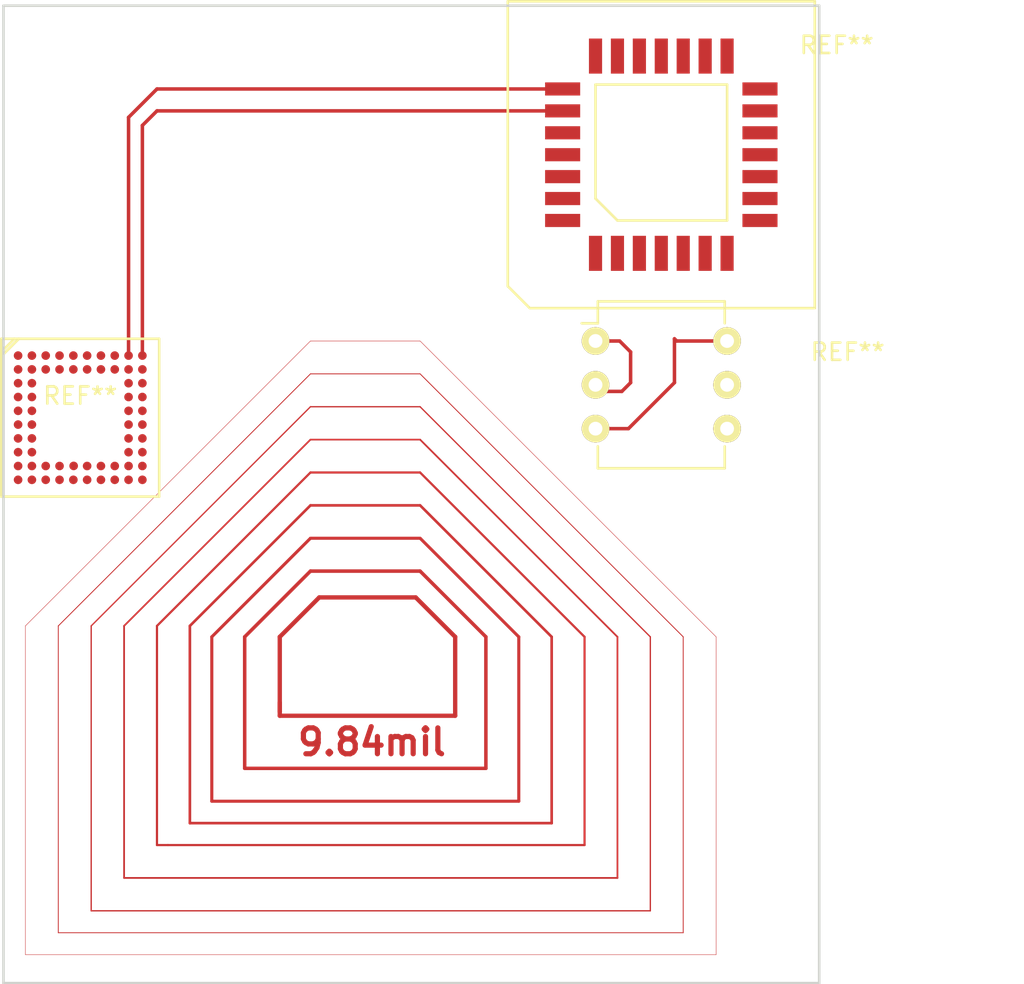
<source format=kicad_pcb>
(kicad_pcb (version 4) (host pcbnew 4.0.2-stable)

  (general
    (links 0)
    (no_connects 0)
    (area 81.204999 64.186999 139.345714 120.979001)
    (thickness 1.6)
    (drawings 14)
    (tracks 75)
    (zones 0)
    (modules 3)
    (nets 1)
  )

  (page A4)
  (layers
    (0 F.Cu signal)
    (31 B.Cu signal)
    (32 B.Adhes user)
    (33 F.Adhes user)
    (34 B.Paste user)
    (35 F.Paste user)
    (36 B.SilkS user hide)
    (37 F.SilkS user hide)
    (38 B.Mask user)
    (39 F.Mask user)
    (40 Dwgs.User user)
    (41 Cmts.User user)
    (42 Eco1.User user)
    (43 Eco2.User user)
    (44 Edge.Cuts user)
    (45 Margin user)
    (46 B.CrtYd user)
    (47 F.CrtYd user)
    (48 B.Fab user)
    (49 F.Fab user)
  )

  (setup
    (last_trace_width 0.25)
    (user_trace_width 0.0254)
    (user_trace_width 0.0508)
    (user_trace_width 0.0762)
    (user_trace_width 0.1016)
    (user_trace_width 0.127)
    (user_trace_width 0.1524)
    (user_trace_width 0.1778)
    (user_trace_width 0.2032)
    (trace_clearance -1)
    (zone_clearance 0.508)
    (zone_45_only no)
    (trace_min 0.01)
    (segment_width 0.2)
    (edge_width 0.15)
    (via_size 0.6)
    (via_drill 0.4)
    (via_min_size 0.4)
    (via_min_drill 0.3)
    (uvia_size 0.3)
    (uvia_drill 0.1)
    (uvias_allowed no)
    (uvia_min_size 0.2)
    (uvia_min_drill 0.1)
    (pcb_text_width 0.3)
    (pcb_text_size 1.5 1.5)
    (mod_edge_width 0.15)
    (mod_text_size 1 1)
    (mod_text_width 0.15)
    (pad_size 1.524 1.524)
    (pad_drill 0.762)
    (pad_to_mask_clearance 0.2)
    (aux_axis_origin 81.28 120.904)
    (visible_elements 7FFFFFFF)
    (pcbplotparams
      (layerselection 0x00008_00000001)
      (usegerberextensions false)
      (excludeedgelayer false)
      (linewidth 0.100000)
      (plotframeref false)
      (viasonmask false)
      (mode 1)
      (useauxorigin true)
      (hpglpennumber 1)
      (hpglpenspeed 20)
      (hpglpendiameter 15)
      (hpglpenoverlay 2)
      (psnegative false)
      (psa4output false)
      (plotreference true)
      (plotvalue true)
      (plotinvisibletext false)
      (padsonsilk false)
      (subtractmaskfromsilk false)
      (outputformat 1)
      (mirror false)
      (drillshape 0)
      (scaleselection 1)
      (outputdirectory D:/Temp/5/))
  )

  (net 0 "")

  (net_class Default "This is the default net class."
    (clearance -1)
    (trace_width 0.25)
    (via_dia 0.6)
    (via_drill 0.4)
    (uvia_dia 0.3)
    (uvia_drill 0.1)
  )

  (module SMD_Packages:BGA-64-0.8mm (layer F.Cu) (tedit 56F81EDA) (tstamp 56FAAB34)
    (at 85.725 88.138)
    (descr "BGA-64 pitch 0.8mm")
    (attr smd)
    (fp_text reference REF** (at 0 -1.27) (layer F.SilkS)
      (effects (font (size 1 1) (thickness 0.15)))
    )
    (fp_text value BGA-64-0.8mm (at 2.54 -5.715) (layer F.Fab)
      (effects (font (size 1 1) (thickness 0.15)))
    )
    (fp_line (start -4.572 -3.556) (end -3.556 -4.572) (layer F.SilkS) (width 0.15))
    (fp_line (start -4.572 -3.81) (end -3.81 -4.572) (layer F.SilkS) (width 0.15))
    (fp_line (start -4.572 0) (end -4.572 -4.572) (layer F.SilkS) (width 0.15))
    (fp_line (start -4.572 -4.572) (end 4.572 -4.572) (layer F.SilkS) (width 0.15))
    (fp_line (start 4.572 -4.572) (end 4.572 4.572) (layer F.SilkS) (width 0.15))
    (fp_line (start 4.572 4.572) (end -4.572 4.572) (layer F.SilkS) (width 0.15))
    (fp_line (start -4.572 4.572) (end -4.572 0) (layer F.SilkS) (width 0.15))
    (pad A1 smd circle (at -3.59918 -3.59918) (size 0.50038 0.50038) (layers F.Cu F.Paste F.Mask))
    (pad A2 smd circle (at -2.79908 -3.59918) (size 0.50038 0.50038) (layers F.Cu F.Paste F.Mask))
    (pad A3 smd circle (at -1.99898 -3.59918) (size 0.50038 0.50038) (layers F.Cu F.Paste F.Mask))
    (pad A4 smd circle (at -1.19888 -3.59918) (size 0.50038 0.50038) (layers F.Cu F.Paste F.Mask))
    (pad A5 smd circle (at -0.39878 -3.59918) (size 0.50038 0.50038) (layers F.Cu F.Paste F.Mask))
    (pad A6 smd circle (at 0.39878 -3.59918) (size 0.50038 0.50038) (layers F.Cu F.Paste F.Mask))
    (pad B1 smd circle (at -3.59918 -2.79908) (size 0.50038 0.50038) (layers F.Cu F.Paste F.Mask))
    (pad C1 smd circle (at -3.59918 -1.99898) (size 0.50038 0.50038) (layers F.Cu F.Paste F.Mask))
    (pad D1 smd circle (at -3.59918 -1.19888) (size 0.50038 0.50038) (layers F.Cu F.Paste F.Mask))
    (pad E1 smd circle (at -3.59918 -0.39878) (size 0.50038 0.50038) (layers F.Cu F.Paste F.Mask))
    (pad F1 smd circle (at -3.59918 0.39878) (size 0.50038 0.50038) (layers F.Cu F.Paste F.Mask))
    (pad G1 smd circle (at -3.59918 1.19888) (size 0.50038 0.50038) (layers F.Cu F.Paste F.Mask))
    (pad H1 smd circle (at -3.59918 1.99898) (size 0.50038 0.50038) (layers F.Cu F.Paste F.Mask))
    (pad H2 smd circle (at -2.79908 1.99898) (size 0.50038 0.50038) (layers F.Cu F.Paste F.Mask))
    (pad K1 smd circle (at -3.59918 3.59918) (size 0.50038 0.50038) (layers F.Cu F.Paste F.Mask))
    (pad K2 smd circle (at -2.79908 3.59918) (size 0.50038 0.50038) (layers F.Cu F.Paste F.Mask))
    (pad K3 smd circle (at -1.99898 3.59918) (size 0.50038 0.50038) (layers F.Cu F.Paste F.Mask))
    (pad J3 smd circle (at -1.99898 2.79908) (size 0.50038 0.50038) (layers F.Cu F.Paste F.Mask))
    (pad J4 smd circle (at -1.19888 2.79908) (size 0.50038 0.50038) (layers F.Cu F.Paste F.Mask))
    (pad F10 smd circle (at 3.59918 0.39878) (size 0.50038 0.50038) (layers F.Cu F.Paste F.Mask))
    (pad F9 smd circle (at 2.79908 0.39878) (size 0.50038 0.50038) (layers F.Cu F.Paste F.Mask))
    (pad G10 smd circle (at 3.59918 1.19888) (size 0.50038 0.50038) (layers F.Cu F.Paste F.Mask))
    (pad B9 smd circle (at 2.79908 -2.79908) (size 0.50038 0.50038) (layers F.Cu F.Paste F.Mask))
    (pad B6 smd circle (at 0.39878 -2.79908) (size 0.50038 0.50038) (layers F.Cu F.Paste F.Mask))
    (pad D9 smd circle (at 2.79908 -1.19888) (size 0.50038 0.50038) (layers F.Cu F.Paste F.Mask))
    (pad E9 smd circle (at 2.79908 -0.39878) (size 0.50038 0.50038) (layers F.Cu F.Paste F.Mask))
    (pad E10 smd circle (at 3.59918 -0.39878) (size 0.50038 0.50038) (layers F.Cu F.Paste F.Mask))
    (pad D10 smd circle (at 3.59918 -1.19888) (size 0.50038 0.50038) (layers F.Cu F.Paste F.Mask))
    (pad C10 smd circle (at 3.59918 -1.99898) (size 0.50038 0.50038) (layers F.Cu F.Paste F.Mask))
    (pad C9 smd circle (at 2.79908 -1.99898) (size 0.50038 0.50038) (layers F.Cu F.Paste F.Mask))
    (pad C2 smd circle (at -2.79908 -1.99898) (size 0.50038 0.50038) (layers F.Cu F.Paste F.Mask))
    (pad D2 smd circle (at -2.79908 -1.19888) (size 0.50038 0.50038) (layers F.Cu F.Paste F.Mask))
    (pad E2 smd circle (at -2.79908 -0.39878) (size 0.50038 0.50038) (layers F.Cu F.Paste F.Mask))
    (pad F2 smd circle (at -2.79908 0.39878) (size 0.50038 0.50038) (layers F.Cu F.Paste F.Mask))
    (pad G2 smd circle (at -2.79908 1.19888) (size 0.50038 0.50038) (layers F.Cu F.Paste F.Mask))
    (pad J1 smd circle (at -3.59918 2.79908) (size 0.50038 0.50038) (layers F.Cu F.Paste F.Mask))
    (pad J2 smd circle (at -2.79908 2.79908) (size 0.50038 0.50038) (layers F.Cu F.Paste F.Mask))
    (pad K6 smd circle (at 0.39878 3.59918) (size 0.50038 0.50038) (layers F.Cu F.Paste F.Mask))
    (pad K5 smd circle (at -0.39878 3.59918) (size 0.50038 0.50038) (layers F.Cu F.Paste F.Mask))
    (pad K4 smd circle (at -1.19888 3.59918) (size 0.50038 0.50038) (layers F.Cu F.Paste F.Mask))
    (pad K7 smd circle (at 1.19888 3.59918) (size 0.50038 0.50038) (layers F.Cu F.Paste F.Mask))
    (pad G9 smd circle (at 2.79908 1.19888) (size 0.50038 0.50038) (layers F.Cu F.Paste F.Mask))
    (pad H10 smd circle (at 3.59918 1.99898) (size 0.50038 0.50038) (layers F.Cu F.Paste F.Mask))
    (pad B10 smd circle (at 3.59918 -2.79908) (size 0.50038 0.50038) (layers F.Cu F.Paste F.Mask))
    (pad B5 smd circle (at -0.39878 -2.79908) (size 0.50038 0.50038) (layers F.Cu F.Paste F.Mask))
    (pad B4 smd circle (at -1.19888 -2.79908) (size 0.50038 0.50038) (layers F.Cu F.Paste F.Mask))
    (pad B3 smd circle (at -1.99898 -2.79908) (size 0.50038 0.50038) (layers F.Cu F.Paste F.Mask))
    (pad B2 smd circle (at -2.79908 -2.79908) (size 0.50038 0.50038) (layers F.Cu F.Paste F.Mask))
    (pad J5 smd circle (at -0.381 2.794) (size 0.50038 0.50038) (layers F.Cu F.Paste F.Mask))
    (pad J6 smd circle (at 0.39878 2.79908) (size 0.50038 0.50038) (layers F.Cu F.Paste F.Mask))
    (pad J7 smd circle (at 1.19888 2.79908) (size 0.50038 0.50038) (layers F.Cu F.Paste F.Mask))
    (pad A7 smd circle (at 1.19888 -3.59918) (size 0.50038 0.50038) (layers F.Cu F.Paste F.Mask))
    (pad A8 smd circle (at 1.99898 -3.59918) (size 0.50038 0.50038) (layers F.Cu F.Paste F.Mask))
    (pad A9 smd circle (at 2.79908 -3.59918) (size 0.50038 0.50038) (layers F.Cu F.Paste F.Mask))
    (pad A10 smd circle (at 3.59918 -3.59918) (size 0.50038 0.50038) (layers F.Cu F.Paste F.Mask))
    (pad K10 smd circle (at 3.59918 3.59918) (size 0.50038 0.50038) (layers F.Cu F.Paste F.Mask))
    (pad J8 smd circle (at 1.99898 2.79908) (size 0.50038 0.50038) (layers F.Cu F.Paste F.Mask))
    (pad K8 smd circle (at 1.99898 3.59918) (size 0.50038 0.50038) (layers F.Cu F.Paste F.Mask))
    (pad K9 smd circle (at 2.79908 3.59918) (size 0.50038 0.50038) (layers F.Cu F.Paste F.Mask))
    (pad J9 smd circle (at 2.79908 2.79908) (size 0.50038 0.50038) (layers F.Cu F.Paste F.Mask))
    (pad H9 smd circle (at 2.79908 1.99898) (size 0.50038 0.50038) (layers F.Cu F.Paste F.Mask))
    (pad J10 smd circle (at 3.59918 2.79908) (size 0.50038 0.50038) (layers F.Cu F.Paste F.Mask))
    (pad B7 smd circle (at 1.19888 -2.79908) (size 0.50038 0.50038) (layers F.Cu F.Paste F.Mask))
    (pad B8 smd circle (at 1.99898 -2.79908) (size 0.50038 0.50038) (layers F.Cu F.Paste F.Mask))
    (model SMD_Packages.3dshapes/BGA-64-0.8mm.wrl
      (at (xyz 0 0 0))
      (scale (xyz 0.44 0.44 0.4))
      (rotate (xyz 0 0 0))
    )
  )

  (module Housings_DIP:DIP-6_W7.62mm (layer F.Cu) (tedit 56F8205D) (tstamp 56FB6EDA)
    (at 115.57 83.693)
    (descr "6-lead dip package, row spacing 7.62 mm (300 mils)")
    (tags "dil dip 2.54 300")
    (fp_text reference REF** (at 14.605 0.635) (layer F.SilkS)
      (effects (font (size 1 1) (thickness 0.15)))
    )
    (fp_text value DIP-6_W7.62mm (at 18.415 -1.27) (layer F.Fab)
      (effects (font (size 1 1) (thickness 0.15)))
    )
    (fp_line (start -1.05 -2.45) (end -1.05 7.55) (layer F.CrtYd) (width 0.05))
    (fp_line (start 8.65 -2.45) (end 8.65 7.55) (layer F.CrtYd) (width 0.05))
    (fp_line (start -1.05 -2.45) (end 8.65 -2.45) (layer F.CrtYd) (width 0.05))
    (fp_line (start -1.05 7.55) (end 8.65 7.55) (layer F.CrtYd) (width 0.05))
    (fp_line (start 0.135 -2.295) (end 0.135 -1.025) (layer F.SilkS) (width 0.15))
    (fp_line (start 7.485 -2.295) (end 7.485 -1.025) (layer F.SilkS) (width 0.15))
    (fp_line (start 7.485 7.375) (end 7.485 6.105) (layer F.SilkS) (width 0.15))
    (fp_line (start 0.135 7.375) (end 0.135 6.105) (layer F.SilkS) (width 0.15))
    (fp_line (start 0.135 -2.295) (end 7.485 -2.295) (layer F.SilkS) (width 0.15))
    (fp_line (start 0.135 7.375) (end 7.485 7.375) (layer F.SilkS) (width 0.15))
    (fp_line (start 0.135 -1.025) (end -0.8 -1.025) (layer F.SilkS) (width 0.15))
    (pad 1 thru_hole oval (at 0 0) (size 1.6 1.6) (drill 0.8) (layers *.Cu *.Mask F.SilkS))
    (pad 2 thru_hole oval (at 0 2.54) (size 1.6 1.6) (drill 0.8) (layers *.Cu *.Mask F.SilkS))
    (pad 3 thru_hole oval (at 0 5.08) (size 1.6 1.6) (drill 0.8) (layers *.Cu *.Mask F.SilkS))
    (pad 4 thru_hole oval (at 7.62 5.08) (size 1.6 1.6) (drill 0.8) (layers *.Cu *.Mask F.SilkS))
    (pad 5 thru_hole oval (at 7.62 2.54) (size 1.6 1.6) (drill 0.8) (layers *.Cu *.Mask F.SilkS))
    (pad 6 thru_hole oval (at 7.62 0) (size 1.6 1.6) (drill 0.8) (layers *.Cu *.Mask F.SilkS))
    (model Housings_DIP.3dshapes/DIP-6_W7.62mm.wrl
      (at (xyz 0 0 0))
      (scale (xyz 1 1 1))
      (rotate (xyz 0 0 0))
    )
  )

  (module SMD_Packages:PLCC-28 (layer F.Cu) (tedit 56F82073) (tstamp 56FDC5B3)
    (at 119.38 72.898)
    (descr "Support CMS Plcc 28 pins")
    (tags "CMS PLCC")
    (attr smd)
    (fp_text reference REF** (at 10.16 -6.35) (layer F.SilkS)
      (effects (font (size 1 1) (thickness 0.15)))
    )
    (fp_text value PLCC-28 (at 0 7.62) (layer F.Fab)
      (effects (font (size 1 1) (thickness 0.15)))
    )
    (fp_line (start -8.89 7.62) (end -7.62 8.89) (layer F.SilkS) (width 0.15))
    (fp_line (start -7.62 8.89) (end 8.89 8.89) (layer F.SilkS) (width 0.15))
    (fp_line (start 8.89 8.89) (end 8.89 -8.89) (layer F.SilkS) (width 0.15))
    (fp_line (start 8.89 -8.89) (end -8.89 -8.89) (layer F.SilkS) (width 0.15))
    (fp_line (start -8.89 7.62) (end -8.89 -8.89) (layer F.SilkS) (width 0.15))
    (fp_line (start -3.81 -4.064) (end 3.81 -4.064) (layer F.SilkS) (width 0.15))
    (fp_line (start 3.81 -4.064) (end 3.81 3.81) (layer F.SilkS) (width 0.15))
    (fp_line (start 3.81 3.81) (end -2.54 3.81) (layer F.SilkS) (width 0.15))
    (fp_line (start -3.81 -4.064) (end -3.81 2.54) (layer F.SilkS) (width 0.15))
    (fp_line (start -3.81 2.54) (end -2.54 3.81) (layer F.SilkS) (width 0.15))
    (pad 1 smd rect (at -5.715 0) (size 2.032 0.762) (layers F.Cu F.Paste F.Mask))
    (pad 2 smd rect (at -5.715 1.27) (size 2.032 0.762) (layers F.Cu F.Paste F.Mask))
    (pad 3 smd rect (at -5.715 2.54) (size 2.032 0.762) (layers F.Cu F.Paste F.Mask))
    (pad 4 smd rect (at -5.715 3.81) (size 2.032 0.762) (layers F.Cu F.Paste F.Mask))
    (pad 5 smd rect (at -3.81 5.715) (size 0.762 2.032) (layers F.Cu F.Paste F.Mask))
    (pad 6 smd rect (at -2.54 5.715) (size 0.762 2.032) (layers F.Cu F.Paste F.Mask))
    (pad 7 smd rect (at -1.27 5.715) (size 0.762 2.032) (layers F.Cu F.Paste F.Mask))
    (pad 8 smd rect (at 0 5.715) (size 0.762 2.032) (layers F.Cu F.Paste F.Mask))
    (pad 9 smd rect (at 1.27 5.715) (size 0.762 2.032) (layers F.Cu F.Paste F.Mask))
    (pad 10 smd rect (at 2.54 5.715) (size 0.762 2.032) (layers F.Cu F.Paste F.Mask))
    (pad 11 smd rect (at 3.81 5.715) (size 0.762 2.032) (layers F.Cu F.Paste F.Mask))
    (pad 12 smd rect (at 5.715 3.81) (size 2.032 0.762) (layers F.Cu F.Paste F.Mask))
    (pad 13 smd rect (at 5.715 2.54) (size 2.032 0.762) (layers F.Cu F.Paste F.Mask))
    (pad 14 smd rect (at 5.715 1.27) (size 2.032 0.762) (layers F.Cu F.Paste F.Mask))
    (pad 15 smd rect (at 5.715 0) (size 2.032 0.762) (layers F.Cu F.Paste F.Mask))
    (pad 16 smd rect (at 5.715 -1.27) (size 2.032 0.762) (layers F.Cu F.Paste F.Mask))
    (pad 17 smd rect (at 5.715 -2.54) (size 2.032 0.762) (layers F.Cu F.Paste F.Mask))
    (pad 18 smd rect (at 5.715 -3.81) (size 2.032 0.762) (layers F.Cu F.Paste F.Mask))
    (pad 19 smd rect (at 3.81 -5.715) (size 0.762 2.032) (layers F.Cu F.Paste F.Mask))
    (pad 20 smd rect (at 2.54 -5.715) (size 0.762 2.032) (layers F.Cu F.Paste F.Mask))
    (pad 21 smd rect (at 1.27 -5.715) (size 0.762 2.032) (layers F.Cu F.Paste F.Mask))
    (pad 22 smd rect (at 0 -5.715) (size 0.762 2.032) (layers F.Cu F.Paste F.Mask))
    (pad 23 smd rect (at -1.27 -5.715) (size 0.762 2.032) (layers F.Cu F.Paste F.Mask))
    (pad 24 smd rect (at -2.54 -5.715) (size 0.762 2.032) (layers F.Cu F.Paste F.Mask))
    (pad 25 smd rect (at -3.81 -5.715) (size 0.762 2.032) (layers F.Cu F.Paste F.Mask))
    (pad 26 smd rect (at -5.715 -3.81) (size 2.032 0.762) (layers F.Cu F.Paste F.Mask))
    (pad 27 smd rect (at -5.715 -2.54) (size 2.032 0.762) (layers F.Cu F.Paste F.Mask))
    (pad 28 smd rect (at -5.715 -1.27) (size 2.032 0.762) (layers F.Cu F.Paste F.Mask))
  )

  (gr_line (start 128.524 120.904) (end 81.28 120.904) (angle 90) (layer Edge.Cuts) (width 0.15))
  (gr_line (start 81.28 64.262) (end 81.28 120.904) (angle 90) (layer Edge.Cuts) (width 0.15))
  (gr_line (start 128.524 64.262) (end 81.28 64.262) (angle 90) (layer Edge.Cuts) (width 0.15))
  (gr_line (start 128.524 120.904) (end 128.524 64.262) (angle 90) (layer Edge.Cuts) (width 0.15))
  (gr_circle (center 106.68 77.978) (end 110.49 79.883) (layer F.Paste) (width 0.025))
  (gr_circle (center 106.68 77.978) (end 109.22 80.518) (layer F.Paste) (width 0.051))
  (gr_circle (center 106.68 77.978) (end 108.585 79.883) (layer F.Paste) (width 0.076))
  (gr_circle (center 106.68 77.978) (end 107.95 79.248) (layer F.Paste) (width 0.102))
  (gr_circle (center 106.68 77.978) (end 107.315 78.613) (layer F.Paste) (width 0.127))
  (gr_circle (center 97.155 77.978) (end 100.33 79.883) (layer F.Paste) (width 0.152))
  (gr_circle (center 97.155 77.978) (end 99.695 79.248) (layer F.Paste) (width 0.178))
  (gr_circle (center 97.155 77.978) (end 98.425 79.248) (layer F.Paste) (width 0.203))
  (gr_circle (center 97.155 77.978) (end 97.79 78.613) (layer F.Paste) (width 0.25))
  (gr_text 9.84mil (at 102.616 106.934) (layer F.Cu)
    (effects (font (size 1.5 1.5) (thickness 0.3)))
  )

  (segment (start 115.57 88.773) (end 117.475 88.773) (width 0.2032) (layer F.Cu) (net 0))
  (segment (start 120.269 83.693) (end 123.19 83.693) (width 0.2032) (layer F.Cu) (net 0) (tstamp 56FDC6B1))
  (segment (start 120.142 83.566) (end 120.269 83.693) (width 0.2032) (layer F.Cu) (net 0) (tstamp 56FDC6B0))
  (segment (start 120.142 86.106) (end 120.142 83.566) (width 0.2032) (layer F.Cu) (net 0) (tstamp 56FDC6AE))
  (segment (start 117.475 88.773) (end 120.142 86.106) (width 0.2032) (layer F.Cu) (net 0) (tstamp 56FDC6AC))
  (segment (start 115.57 83.693) (end 116.967 83.693) (width 0.2032) (layer F.Cu) (net 0))
  (segment (start 117.094 86.614) (end 115.951 86.614) (width 0.2032) (layer F.Cu) (net 0) (tstamp 56FDC6A8))
  (segment (start 117.602 86.106) (end 117.094 86.614) (width 0.2032) (layer F.Cu) (net 0) (tstamp 56FDC6A7))
  (segment (start 117.602 84.328) (end 117.602 86.106) (width 0.2032) (layer F.Cu) (net 0) (tstamp 56FDC6A6))
  (segment (start 116.967 83.693) (end 117.602 84.328) (width 0.2032) (layer F.Cu) (net 0) (tstamp 56FDC6A5))
  (segment (start 115.951 86.614) (end 115.57 86.233) (width 0.2032) (layer F.Cu) (net 0) (tstamp 56FDC6A9))
  (segment (start 89.32418 71.20382) (end 89.32418 84.53882) (width 0.2032) (layer F.Cu) (net 0) (tstamp 56FDC69B))
  (segment (start 90.17 70.358) (end 89.32418 71.20382) (width 0.2032) (layer F.Cu) (net 0) (tstamp 56FDC699))
  (segment (start 113.665 70.358) (end 90.17 70.358) (width 0.2032) (layer F.Cu) (net 0))
  (segment (start 88.52408 70.73392) (end 88.52408 84.53882) (width 0.2032) (layer F.Cu) (net 0) (tstamp 56FDC695))
  (segment (start 90.17 69.088) (end 88.52408 70.73392) (width 0.2032) (layer F.Cu) (net 0) (tstamp 56FDC693))
  (segment (start 113.665 69.088) (end 90.17 69.088) (width 0.2032) (layer F.Cu) (net 0))
  (segment (start 82.55 119.253) (end 122.555 119.253) (width 0.0254) (layer F.Cu) (net 0))
  (segment (start 82.55 100.203) (end 82.55 119.253) (width 0.0254) (layer F.Cu) (net 0) (tstamp 56FB6FE7))
  (segment (start 99.06 83.693) (end 82.55 100.203) (width 0.0254) (layer F.Cu) (net 0) (tstamp 56FB6FE6))
  (segment (start 105.41 83.693) (end 99.06 83.693) (width 0.0254) (layer F.Cu) (net 0) (tstamp 56FB6FE5))
  (segment (start 122.555 100.838) (end 105.41 83.693) (width 0.0254) (layer F.Cu) (net 0) (tstamp 56FB6FE4))
  (segment (start 122.555 119.253) (end 122.555 100.838) (width 0.0254) (layer F.Cu) (net 0) (tstamp 56FB6FE3))
  (segment (start 84.455 117.983) (end 120.65 117.983) (width 0.0508) (layer F.Cu) (net 0))
  (segment (start 84.455 100.203) (end 84.455 117.983) (width 0.0508) (layer F.Cu) (net 0) (tstamp 56FB6FDF))
  (segment (start 99.06 85.598) (end 84.455 100.203) (width 0.0508) (layer F.Cu) (net 0) (tstamp 56FB6FDE))
  (segment (start 105.41 85.598) (end 99.06 85.598) (width 0.0508) (layer F.Cu) (net 0) (tstamp 56FB6FDD))
  (segment (start 120.65 100.838) (end 105.41 85.598) (width 0.0508) (layer F.Cu) (net 0) (tstamp 56FB6FDC))
  (segment (start 120.65 117.983) (end 120.65 100.838) (width 0.0508) (layer F.Cu) (net 0) (tstamp 56FB6FDB))
  (segment (start 86.36 116.713) (end 118.745 116.713) (width 0.0762) (layer F.Cu) (net 0))
  (segment (start 86.36 100.203) (end 86.36 116.713) (width 0.0762) (layer F.Cu) (net 0) (tstamp 56FB6FD7))
  (segment (start 99.06 87.503) (end 86.36 100.203) (width 0.0762) (layer F.Cu) (net 0) (tstamp 56FB6FD6))
  (segment (start 105.41 87.503) (end 99.06 87.503) (width 0.0762) (layer F.Cu) (net 0) (tstamp 56FB6FD5))
  (segment (start 118.745 100.838) (end 105.41 87.503) (width 0.0762) (layer F.Cu) (net 0) (tstamp 56FB6FD4))
  (segment (start 118.745 116.713) (end 118.745 100.838) (width 0.0762) (layer F.Cu) (net 0) (tstamp 56FB6FD3))
  (segment (start 88.265 114.808) (end 116.84 114.808) (width 0.1016) (layer F.Cu) (net 0))
  (segment (start 88.265 100.203) (end 88.265 114.808) (width 0.1016) (layer F.Cu) (net 0) (tstamp 56FB6FCE))
  (segment (start 99.06 89.408) (end 88.265 100.203) (width 0.1016) (layer F.Cu) (net 0) (tstamp 56FB6FCD))
  (segment (start 105.41 89.408) (end 99.06 89.408) (width 0.1016) (layer F.Cu) (net 0) (tstamp 56FB6FCC))
  (segment (start 116.84 100.838) (end 105.41 89.408) (width 0.1016) (layer F.Cu) (net 0) (tstamp 56FB6FCB))
  (segment (start 116.84 114.808) (end 116.84 100.838) (width 0.1016) (layer F.Cu) (net 0) (tstamp 56FB6FCA))
  (segment (start 90.805 112.903) (end 114.935 112.903) (width 0.127) (layer F.Cu) (net 0))
  (segment (start 90.17 112.903) (end 90.805 112.903) (width 0.127) (layer F.Cu) (net 0) (tstamp 56FB6FC4))
  (segment (start 90.17 100.203) (end 90.17 112.903) (width 0.127) (layer F.Cu) (net 0) (tstamp 56FB6FC3))
  (segment (start 99.06 91.313) (end 90.17 100.203) (width 0.127) (layer F.Cu) (net 0) (tstamp 56FB6FC2))
  (segment (start 105.41 91.313) (end 99.06 91.313) (width 0.127) (layer F.Cu) (net 0) (tstamp 56FB6FC1))
  (segment (start 114.935 100.838) (end 105.41 91.313) (width 0.127) (layer F.Cu) (net 0) (tstamp 56FB6FC0))
  (segment (start 114.935 112.903) (end 114.935 100.838) (width 0.127) (layer F.Cu) (net 0) (tstamp 56FB6FBF))
  (segment (start 92.075 111.633) (end 113.03 111.633) (width 0.1524) (layer F.Cu) (net 0))
  (segment (start 92.075 100.203) (end 92.075 111.633) (width 0.1524) (layer F.Cu) (net 0) (tstamp 56FB6FBA))
  (segment (start 99.06 93.218) (end 92.075 100.203) (width 0.1524) (layer F.Cu) (net 0) (tstamp 56FB6FB9))
  (segment (start 105.41 93.218) (end 99.06 93.218) (width 0.1524) (layer F.Cu) (net 0) (tstamp 56FB6FB8))
  (segment (start 113.03 100.838) (end 105.41 93.218) (width 0.1524) (layer F.Cu) (net 0) (tstamp 56FB6FB7))
  (segment (start 113.03 111.633) (end 113.03 100.838) (width 0.1524) (layer F.Cu) (net 0) (tstamp 56FB6FB6))
  (segment (start 93.345 100.838) (end 93.345 110.363) (width 0.1778) (layer F.Cu) (net 0))
  (segment (start 99.06 95.123) (end 93.345 100.838) (width 0.1778) (layer F.Cu) (net 0) (tstamp 56FB6FB3))
  (segment (start 105.41 95.123) (end 99.06 95.123) (width 0.1778) (layer F.Cu) (net 0) (tstamp 56FB6FB2))
  (segment (start 111.125 100.838) (end 105.41 95.123) (width 0.1778) (layer F.Cu) (net 0) (tstamp 56FB6FB1))
  (segment (start 111.125 110.363) (end 111.125 100.838) (width 0.1778) (layer F.Cu) (net 0) (tstamp 56FB6FB0))
  (segment (start 93.345 110.363) (end 111.125 110.363) (width 0.1778) (layer F.Cu) (net 0) (tstamp 56FB6FAF))
  (segment (start 95.885 108.458) (end 109.22 108.458) (width 0.2032) (layer F.Cu) (net 0))
  (segment (start 95.25 108.458) (end 95.885 108.458) (width 0.2032) (layer F.Cu) (net 0) (tstamp 56FB6FAB))
  (segment (start 95.25 100.838) (end 95.25 108.458) (width 0.2032) (layer F.Cu) (net 0) (tstamp 56FB6FAA))
  (segment (start 99.06 97.028) (end 95.25 100.838) (width 0.2032) (layer F.Cu) (net 0) (tstamp 56FB6FA9))
  (segment (start 105.41 97.028) (end 99.06 97.028) (width 0.2032) (layer F.Cu) (net 0) (tstamp 56FB6FA8))
  (segment (start 109.22 100.838) (end 105.41 97.028) (width 0.2032) (layer F.Cu) (net 0) (tstamp 56FB6FA7))
  (segment (start 109.22 108.458) (end 109.22 100.838) (width 0.2032) (layer F.Cu) (net 0) (tstamp 56FB6FA6))
  (segment (start 97.282 105.156) (end 97.282 100.838) (width 0.25) (layer F.Cu) (net 0))
  (segment (start 97.282 104.648) (end 97.282 105.156) (width 0.25) (layer F.Cu) (net 0) (tstamp 56FB6F96))
  (segment (start 97.282 105.41) (end 97.282 105.156) (width 0.25) (layer F.Cu) (net 0) (tstamp 56FB6F95))
  (segment (start 107.442 105.41) (end 97.282 105.41) (width 0.25) (layer F.Cu) (net 0) (tstamp 56FB6F94))
  (segment (start 107.442 100.838) (end 107.442 105.41) (width 0.25) (layer F.Cu) (net 0) (tstamp 56FB6F93))
  (segment (start 105.156 98.552) (end 107.442 100.838) (width 0.25) (layer F.Cu) (net 0) (tstamp 56FB6F92))
  (segment (start 99.568 98.552) (end 105.156 98.552) (width 0.25) (layer F.Cu) (net 0) (tstamp 56FB6F91))
  (segment (start 97.282 100.838) (end 99.568 98.552) (width 0.25) (layer F.Cu) (net 0) (tstamp 56FB6F90))

)

</source>
